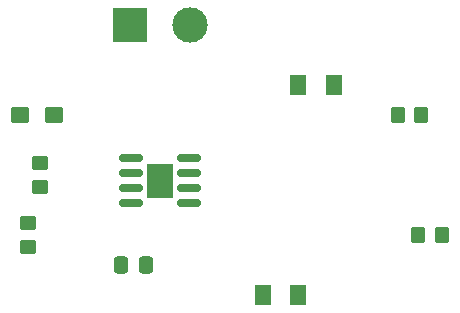
<source format=gbr>
%TF.GenerationSoftware,KiCad,Pcbnew,(6.0.10)*%
%TF.CreationDate,2023-02-17T10:23:32-08:00*%
%TF.ProjectId,ExerciseII,45786572-6369-4736-9549-492e6b696361,rev?*%
%TF.SameCoordinates,Original*%
%TF.FileFunction,Soldermask,Top*%
%TF.FilePolarity,Negative*%
%FSLAX46Y46*%
G04 Gerber Fmt 4.6, Leading zero omitted, Abs format (unit mm)*
G04 Created by KiCad (PCBNEW (6.0.10)) date 2023-02-17 10:23:32*
%MOMM*%
%LPD*%
G01*
G04 APERTURE LIST*
G04 Aperture macros list*
%AMRoundRect*
0 Rectangle with rounded corners*
0 $1 Rounding radius*
0 $2 $3 $4 $5 $6 $7 $8 $9 X,Y pos of 4 corners*
0 Add a 4 corners polygon primitive as box body*
4,1,4,$2,$3,$4,$5,$6,$7,$8,$9,$2,$3,0*
0 Add four circle primitives for the rounded corners*
1,1,$1+$1,$2,$3*
1,1,$1+$1,$4,$5*
1,1,$1+$1,$6,$7*
1,1,$1+$1,$8,$9*
0 Add four rect primitives between the rounded corners*
20,1,$1+$1,$2,$3,$4,$5,0*
20,1,$1+$1,$4,$5,$6,$7,0*
20,1,$1+$1,$6,$7,$8,$9,0*
20,1,$1+$1,$8,$9,$2,$3,0*%
G04 Aperture macros list end*
%ADD10RoundRect,0.250000X0.337500X0.475000X-0.337500X0.475000X-0.337500X-0.475000X0.337500X-0.475000X0*%
%ADD11RoundRect,0.250000X0.450000X-0.350000X0.450000X0.350000X-0.450000X0.350000X-0.450000X-0.350000X0*%
%ADD12RoundRect,0.250001X-0.462499X-0.624999X0.462499X-0.624999X0.462499X0.624999X-0.462499X0.624999X0*%
%ADD13RoundRect,0.250001X0.462499X0.624999X-0.462499X0.624999X-0.462499X-0.624999X0.462499X-0.624999X0*%
%ADD14RoundRect,0.250000X-0.350000X-0.450000X0.350000X-0.450000X0.350000X0.450000X-0.350000X0.450000X0*%
%ADD15RoundRect,0.250000X0.350000X0.450000X-0.350000X0.450000X-0.350000X-0.450000X0.350000X-0.450000X0*%
%ADD16RoundRect,0.150000X-0.825000X-0.150000X0.825000X-0.150000X0.825000X0.150000X-0.825000X0.150000X0*%
%ADD17R,2.290000X3.000000*%
%ADD18R,3.000000X3.000000*%
%ADD19C,3.000000*%
%ADD20RoundRect,0.250000X-0.537500X-0.425000X0.537500X-0.425000X0.537500X0.425000X-0.537500X0.425000X0*%
G04 APERTURE END LIST*
D10*
%TO.C,C2*%
X141007500Y-88900000D03*
X138932500Y-88900000D03*
%TD*%
D11*
%TO.C,R1*%
X131080000Y-87360000D03*
X131080000Y-85360000D03*
%TD*%
D12*
%TO.C,D2*%
X153955000Y-73660000D03*
X156930000Y-73660000D03*
%TD*%
D13*
%TO.C,D1*%
X153887500Y-91440000D03*
X150912500Y-91440000D03*
%TD*%
D14*
%TO.C,R3*%
X164100000Y-86360000D03*
X166100000Y-86360000D03*
%TD*%
D15*
%TO.C,R4*%
X164350000Y-76200000D03*
X162350000Y-76200000D03*
%TD*%
D16*
%TO.C,U1*%
X139765000Y-79862500D03*
X139765000Y-81132500D03*
X139765000Y-82402500D03*
X139765000Y-83672500D03*
X144715000Y-83672500D03*
X144715000Y-82402500D03*
X144715000Y-81132500D03*
X144715000Y-79862500D03*
D17*
X142240000Y-81767500D03*
%TD*%
D18*
%TO.C,J1*%
X139700000Y-68580000D03*
D19*
X144780000Y-68580000D03*
%TD*%
D11*
%TO.C,R2*%
X132080000Y-82280000D03*
X132080000Y-80280000D03*
%TD*%
D20*
%TO.C,C1*%
X130400000Y-76200000D03*
X133275000Y-76200000D03*
%TD*%
M02*

</source>
